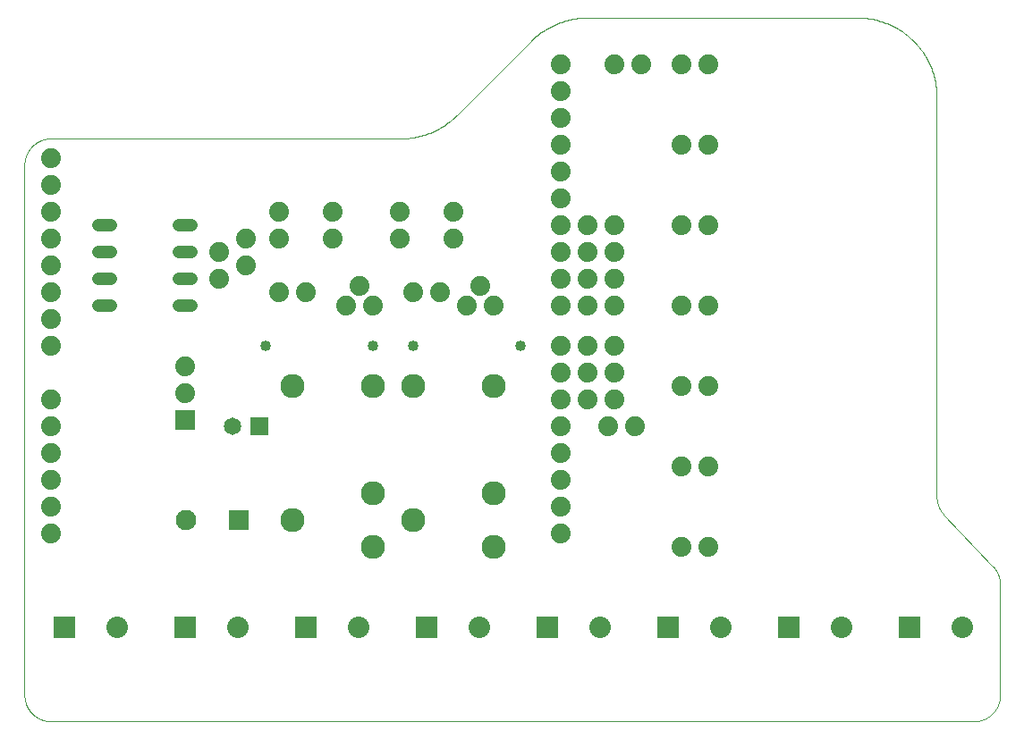
<source format=gts>
G75*
%MOIN*%
%OFA0B0*%
%FSLAX25Y25*%
%IPPOS*%
%LPD*%
%AMOC8*
5,1,8,0,0,1.08239X$1,22.5*
%
%ADD10C,0.00000*%
%ADD11C,0.07400*%
%ADD12C,0.09000*%
%ADD13C,0.04000*%
%ADD14R,0.08000X0.08000*%
%ADD15C,0.08000*%
%ADD16R,0.07400X0.07400*%
%ADD17C,0.07600*%
%ADD18R,0.07600X0.07600*%
%ADD19R,0.06500X0.06500*%
%ADD20C,0.06500*%
%ADD21C,0.04800*%
D10*
X0001500Y0011000D02*
X0001500Y0208461D01*
X0001503Y0208703D01*
X0001512Y0208944D01*
X0001526Y0209185D01*
X0001547Y0209426D01*
X0001573Y0209666D01*
X0001605Y0209906D01*
X0001643Y0210145D01*
X0001686Y0210382D01*
X0001736Y0210619D01*
X0001791Y0210854D01*
X0001851Y0211088D01*
X0001918Y0211320D01*
X0001989Y0211551D01*
X0002067Y0211780D01*
X0002150Y0212007D01*
X0002238Y0212232D01*
X0002332Y0212455D01*
X0002431Y0212675D01*
X0002536Y0212893D01*
X0002645Y0213108D01*
X0002760Y0213321D01*
X0002880Y0213531D01*
X0003005Y0213737D01*
X0003135Y0213941D01*
X0003270Y0214142D01*
X0003410Y0214339D01*
X0003554Y0214533D01*
X0003703Y0214723D01*
X0003857Y0214909D01*
X0004015Y0215092D01*
X0004177Y0215271D01*
X0004344Y0215446D01*
X0004515Y0215617D01*
X0004690Y0215784D01*
X0004869Y0215946D01*
X0005052Y0216104D01*
X0005238Y0216258D01*
X0005428Y0216407D01*
X0005622Y0216551D01*
X0005819Y0216691D01*
X0006020Y0216826D01*
X0006224Y0216956D01*
X0006430Y0217081D01*
X0006640Y0217201D01*
X0006853Y0217316D01*
X0007068Y0217425D01*
X0007286Y0217530D01*
X0007506Y0217629D01*
X0007729Y0217723D01*
X0007954Y0217811D01*
X0008181Y0217894D01*
X0008410Y0217972D01*
X0008641Y0218043D01*
X0008873Y0218110D01*
X0009107Y0218170D01*
X0009342Y0218225D01*
X0009579Y0218275D01*
X0009816Y0218318D01*
X0010055Y0218356D01*
X0010295Y0218388D01*
X0010535Y0218414D01*
X0010776Y0218435D01*
X0011017Y0218449D01*
X0011258Y0218458D01*
X0011500Y0218461D01*
X0141762Y0218461D01*
X0162650Y0227118D02*
X0190350Y0254842D01*
X0211238Y0263500D02*
X0311972Y0263500D01*
X0312686Y0263491D01*
X0313399Y0263466D01*
X0314111Y0263422D01*
X0314822Y0263362D01*
X0315531Y0263285D01*
X0316238Y0263190D01*
X0316943Y0263079D01*
X0317645Y0262950D01*
X0318344Y0262804D01*
X0319039Y0262642D01*
X0319729Y0262463D01*
X0320415Y0262267D01*
X0321097Y0262055D01*
X0321773Y0261826D01*
X0322443Y0261581D01*
X0323107Y0261320D01*
X0323764Y0261043D01*
X0324415Y0260750D01*
X0325059Y0260442D01*
X0325694Y0260118D01*
X0326322Y0259779D01*
X0326942Y0259424D01*
X0327552Y0259055D01*
X0328154Y0258671D01*
X0328746Y0258273D01*
X0329328Y0257861D01*
X0329900Y0257434D01*
X0330462Y0256994D01*
X0331013Y0256541D01*
X0331553Y0256074D01*
X0332081Y0255594D01*
X0332598Y0255102D01*
X0333102Y0254598D01*
X0333594Y0254081D01*
X0334074Y0253553D01*
X0334541Y0253013D01*
X0334994Y0252462D01*
X0335434Y0251900D01*
X0335861Y0251328D01*
X0336273Y0250746D01*
X0336671Y0250154D01*
X0337055Y0249552D01*
X0337424Y0248942D01*
X0337779Y0248322D01*
X0338118Y0247694D01*
X0338442Y0247059D01*
X0338750Y0246415D01*
X0339043Y0245764D01*
X0339320Y0245107D01*
X0339581Y0244443D01*
X0339826Y0243773D01*
X0340055Y0243097D01*
X0340267Y0242415D01*
X0340463Y0241729D01*
X0340642Y0241039D01*
X0340804Y0240344D01*
X0340950Y0239645D01*
X0341079Y0238943D01*
X0341190Y0238238D01*
X0341285Y0237531D01*
X0341362Y0236822D01*
X0341422Y0236111D01*
X0341466Y0235399D01*
X0341491Y0234686D01*
X0341500Y0233972D01*
X0341500Y0084982D01*
X0344237Y0078108D02*
X0362463Y0058853D01*
X0365201Y0051978D02*
X0365201Y0011000D01*
X0365198Y0010758D01*
X0365189Y0010517D01*
X0365175Y0010276D01*
X0365154Y0010035D01*
X0365128Y0009795D01*
X0365096Y0009555D01*
X0365058Y0009316D01*
X0365015Y0009079D01*
X0364965Y0008842D01*
X0364910Y0008607D01*
X0364850Y0008373D01*
X0364783Y0008141D01*
X0364712Y0007910D01*
X0364634Y0007681D01*
X0364551Y0007454D01*
X0364463Y0007229D01*
X0364369Y0007006D01*
X0364270Y0006786D01*
X0364165Y0006568D01*
X0364056Y0006353D01*
X0363941Y0006140D01*
X0363821Y0005930D01*
X0363696Y0005724D01*
X0363566Y0005520D01*
X0363431Y0005319D01*
X0363291Y0005122D01*
X0363147Y0004928D01*
X0362998Y0004738D01*
X0362844Y0004552D01*
X0362686Y0004369D01*
X0362524Y0004190D01*
X0362357Y0004015D01*
X0362186Y0003844D01*
X0362011Y0003677D01*
X0361832Y0003515D01*
X0361649Y0003357D01*
X0361463Y0003203D01*
X0361273Y0003054D01*
X0361079Y0002910D01*
X0360882Y0002770D01*
X0360681Y0002635D01*
X0360477Y0002505D01*
X0360271Y0002380D01*
X0360061Y0002260D01*
X0359848Y0002145D01*
X0359633Y0002036D01*
X0359415Y0001931D01*
X0359195Y0001832D01*
X0358972Y0001738D01*
X0358747Y0001650D01*
X0358520Y0001567D01*
X0358291Y0001489D01*
X0358060Y0001418D01*
X0357828Y0001351D01*
X0357594Y0001291D01*
X0357359Y0001236D01*
X0357122Y0001186D01*
X0356885Y0001143D01*
X0356646Y0001105D01*
X0356406Y0001073D01*
X0356166Y0001047D01*
X0355925Y0001026D01*
X0355684Y0001012D01*
X0355443Y0001003D01*
X0355201Y0001000D01*
X0011500Y0001000D01*
X0011258Y0001003D01*
X0011017Y0001012D01*
X0010776Y0001026D01*
X0010535Y0001047D01*
X0010295Y0001073D01*
X0010055Y0001105D01*
X0009816Y0001143D01*
X0009579Y0001186D01*
X0009342Y0001236D01*
X0009107Y0001291D01*
X0008873Y0001351D01*
X0008641Y0001418D01*
X0008410Y0001489D01*
X0008181Y0001567D01*
X0007954Y0001650D01*
X0007729Y0001738D01*
X0007506Y0001832D01*
X0007286Y0001931D01*
X0007068Y0002036D01*
X0006853Y0002145D01*
X0006640Y0002260D01*
X0006430Y0002380D01*
X0006224Y0002505D01*
X0006020Y0002635D01*
X0005819Y0002770D01*
X0005622Y0002910D01*
X0005428Y0003054D01*
X0005238Y0003203D01*
X0005052Y0003357D01*
X0004869Y0003515D01*
X0004690Y0003677D01*
X0004515Y0003844D01*
X0004344Y0004015D01*
X0004177Y0004190D01*
X0004015Y0004369D01*
X0003857Y0004552D01*
X0003703Y0004738D01*
X0003554Y0004928D01*
X0003410Y0005122D01*
X0003270Y0005319D01*
X0003135Y0005520D01*
X0003005Y0005724D01*
X0002880Y0005930D01*
X0002760Y0006140D01*
X0002645Y0006353D01*
X0002536Y0006568D01*
X0002431Y0006786D01*
X0002332Y0007006D01*
X0002238Y0007229D01*
X0002150Y0007454D01*
X0002067Y0007681D01*
X0001989Y0007910D01*
X0001918Y0008141D01*
X0001851Y0008373D01*
X0001791Y0008607D01*
X0001736Y0008842D01*
X0001686Y0009079D01*
X0001643Y0009316D01*
X0001605Y0009555D01*
X0001573Y0009795D01*
X0001547Y0010035D01*
X0001526Y0010276D01*
X0001512Y0010517D01*
X0001503Y0010758D01*
X0001500Y0011000D01*
X0190349Y0254842D02*
X0190852Y0255334D01*
X0191367Y0255813D01*
X0191892Y0256280D01*
X0192429Y0256734D01*
X0192976Y0257176D01*
X0193534Y0257604D01*
X0194102Y0258019D01*
X0194679Y0258420D01*
X0195266Y0258807D01*
X0195862Y0259181D01*
X0196467Y0259540D01*
X0197080Y0259884D01*
X0197701Y0260214D01*
X0198329Y0260529D01*
X0198965Y0260829D01*
X0199608Y0261113D01*
X0200258Y0261383D01*
X0200914Y0261636D01*
X0201575Y0261874D01*
X0202242Y0262096D01*
X0202914Y0262303D01*
X0203591Y0262493D01*
X0204273Y0262667D01*
X0204958Y0262824D01*
X0205647Y0262966D01*
X0206339Y0263091D01*
X0207033Y0263199D01*
X0207731Y0263291D01*
X0208430Y0263366D01*
X0209130Y0263425D01*
X0209832Y0263467D01*
X0210535Y0263492D01*
X0211238Y0263500D01*
X0162651Y0227118D02*
X0162148Y0226626D01*
X0161633Y0226147D01*
X0161108Y0225680D01*
X0160571Y0225226D01*
X0160024Y0224784D01*
X0159466Y0224356D01*
X0158898Y0223941D01*
X0158321Y0223540D01*
X0157734Y0223153D01*
X0157138Y0222779D01*
X0156533Y0222420D01*
X0155920Y0222076D01*
X0155299Y0221746D01*
X0154671Y0221431D01*
X0154035Y0221131D01*
X0153392Y0220847D01*
X0152742Y0220577D01*
X0152086Y0220324D01*
X0151425Y0220086D01*
X0150758Y0219864D01*
X0150086Y0219657D01*
X0149409Y0219467D01*
X0148727Y0219293D01*
X0148042Y0219136D01*
X0147353Y0218994D01*
X0146661Y0218869D01*
X0145967Y0218761D01*
X0145269Y0218669D01*
X0144570Y0218594D01*
X0143870Y0218535D01*
X0143168Y0218493D01*
X0142465Y0218468D01*
X0141762Y0218460D01*
X0341500Y0084982D02*
X0341503Y0084738D01*
X0341512Y0084493D01*
X0341527Y0084249D01*
X0341548Y0084006D01*
X0341575Y0083763D01*
X0341607Y0083520D01*
X0341646Y0083279D01*
X0341691Y0083038D01*
X0341741Y0082799D01*
X0341797Y0082561D01*
X0341859Y0082325D01*
X0341927Y0082090D01*
X0342001Y0081857D01*
X0342080Y0081625D01*
X0342165Y0081396D01*
X0342255Y0081169D01*
X0342351Y0080944D01*
X0342453Y0080722D01*
X0342560Y0080502D01*
X0342672Y0080285D01*
X0342789Y0080070D01*
X0342912Y0079859D01*
X0343040Y0079650D01*
X0343173Y0079445D01*
X0343311Y0079243D01*
X0343453Y0079045D01*
X0343601Y0078850D01*
X0343753Y0078658D01*
X0343910Y0078471D01*
X0344072Y0078287D01*
X0344237Y0078108D01*
X0362464Y0058852D02*
X0362629Y0058673D01*
X0362791Y0058489D01*
X0362948Y0058302D01*
X0363100Y0058110D01*
X0363248Y0057915D01*
X0363390Y0057717D01*
X0363528Y0057515D01*
X0363661Y0057310D01*
X0363789Y0057101D01*
X0363912Y0056890D01*
X0364029Y0056675D01*
X0364141Y0056458D01*
X0364248Y0056238D01*
X0364350Y0056016D01*
X0364446Y0055791D01*
X0364536Y0055564D01*
X0364621Y0055335D01*
X0364700Y0055103D01*
X0364774Y0054870D01*
X0364842Y0054635D01*
X0364904Y0054399D01*
X0364960Y0054161D01*
X0365010Y0053922D01*
X0365055Y0053681D01*
X0365094Y0053440D01*
X0365126Y0053197D01*
X0365153Y0052954D01*
X0365174Y0052711D01*
X0365189Y0052467D01*
X0365198Y0052222D01*
X0365201Y0051978D01*
D11*
X0256500Y0066000D03*
X0246500Y0066000D03*
X0246500Y0096000D03*
X0256500Y0096000D03*
X0229000Y0111000D03*
X0219000Y0111000D03*
X0221500Y0121000D03*
X0221500Y0131000D03*
X0221500Y0141000D03*
X0211500Y0141000D03*
X0211500Y0131000D03*
X0211500Y0121000D03*
X0201500Y0121000D03*
X0201500Y0111000D03*
X0201500Y0101000D03*
X0201500Y0091000D03*
X0201500Y0081000D03*
X0201500Y0071000D03*
X0246500Y0126000D03*
X0256500Y0126000D03*
X0256500Y0156000D03*
X0246500Y0156000D03*
X0221500Y0156000D03*
X0221500Y0166000D03*
X0221500Y0176000D03*
X0221500Y0186000D03*
X0211500Y0186000D03*
X0211500Y0176000D03*
X0211500Y0166000D03*
X0211500Y0156000D03*
X0201500Y0156000D03*
X0201500Y0166000D03*
X0201500Y0176000D03*
X0201500Y0186000D03*
X0201500Y0196000D03*
X0201500Y0206000D03*
X0201500Y0216000D03*
X0201500Y0226000D03*
X0201500Y0236000D03*
X0201500Y0246000D03*
X0221500Y0246000D03*
X0231500Y0246000D03*
X0246500Y0246000D03*
X0256500Y0246000D03*
X0256500Y0216000D03*
X0246500Y0216000D03*
X0246500Y0186000D03*
X0256500Y0186000D03*
X0201500Y0141000D03*
X0201500Y0131000D03*
X0176500Y0156000D03*
X0171500Y0163500D03*
X0166500Y0156000D03*
X0156500Y0161000D03*
X0146500Y0161000D03*
X0131500Y0156000D03*
X0126500Y0163500D03*
X0121500Y0156000D03*
X0106500Y0161000D03*
X0096500Y0161000D03*
X0084000Y0171000D03*
X0084000Y0181000D03*
X0074000Y0176000D03*
X0074000Y0166000D03*
X0096500Y0181000D03*
X0096500Y0191000D03*
X0116500Y0191000D03*
X0116500Y0181000D03*
X0141500Y0181000D03*
X0141500Y0191000D03*
X0161500Y0191000D03*
X0161500Y0181000D03*
X0061500Y0133500D03*
X0061500Y0123500D03*
X0011500Y0121000D03*
X0011500Y0111000D03*
X0011500Y0101000D03*
X0011500Y0091000D03*
X0011500Y0081000D03*
X0011500Y0071000D03*
X0011500Y0141000D03*
X0011500Y0151000D03*
X0011500Y0161000D03*
X0011500Y0171000D03*
X0011500Y0181000D03*
X0011500Y0191000D03*
X0011500Y0201000D03*
X0011500Y0211000D03*
D12*
X0101500Y0126000D03*
X0131500Y0126000D03*
X0146500Y0126000D03*
X0176500Y0126000D03*
X0176500Y0086000D03*
X0176500Y0066000D03*
X0146500Y0076000D03*
X0131500Y0066000D03*
X0131500Y0086000D03*
X0101500Y0076000D03*
D13*
X0091500Y0141000D03*
X0131500Y0141000D03*
X0146500Y0141000D03*
X0186500Y0141000D03*
D14*
X0196500Y0036000D03*
X0151500Y0036000D03*
X0106500Y0036000D03*
X0061500Y0036000D03*
X0016500Y0036000D03*
X0241500Y0036000D03*
X0286500Y0036000D03*
X0331500Y0036000D03*
D15*
X0351185Y0036000D03*
X0306185Y0036000D03*
X0261185Y0036000D03*
X0216185Y0036000D03*
X0171185Y0036000D03*
X0126185Y0036000D03*
X0081185Y0036000D03*
X0036185Y0036000D03*
D16*
X0061500Y0113500D03*
D17*
X0061657Y0076000D03*
D18*
X0081343Y0076000D03*
D19*
X0088921Y0111000D03*
D20*
X0079079Y0111000D03*
D21*
X0063900Y0156000D02*
X0059100Y0156000D01*
X0059100Y0166000D02*
X0063900Y0166000D01*
X0063900Y0176000D02*
X0059100Y0176000D01*
X0059100Y0186000D02*
X0063900Y0186000D01*
X0033900Y0186000D02*
X0029100Y0186000D01*
X0029100Y0176000D02*
X0033900Y0176000D01*
X0033900Y0166000D02*
X0029100Y0166000D01*
X0029100Y0156000D02*
X0033900Y0156000D01*
M02*

</source>
